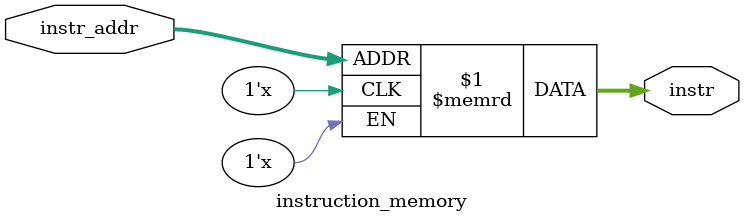
<source format=v>
`timescale 1ns / 1ps
`include "definitions.vh"

module instruction_memory (
    input wire [11:2] instr_addr,// 4 bytes (32 bits) per instr

    output wire [31:0] instr
);
// max_instructions: 1024
  reg [31:0] memory[1023:0];

  assign instr = memory[instr_addr];

endmodule

</source>
